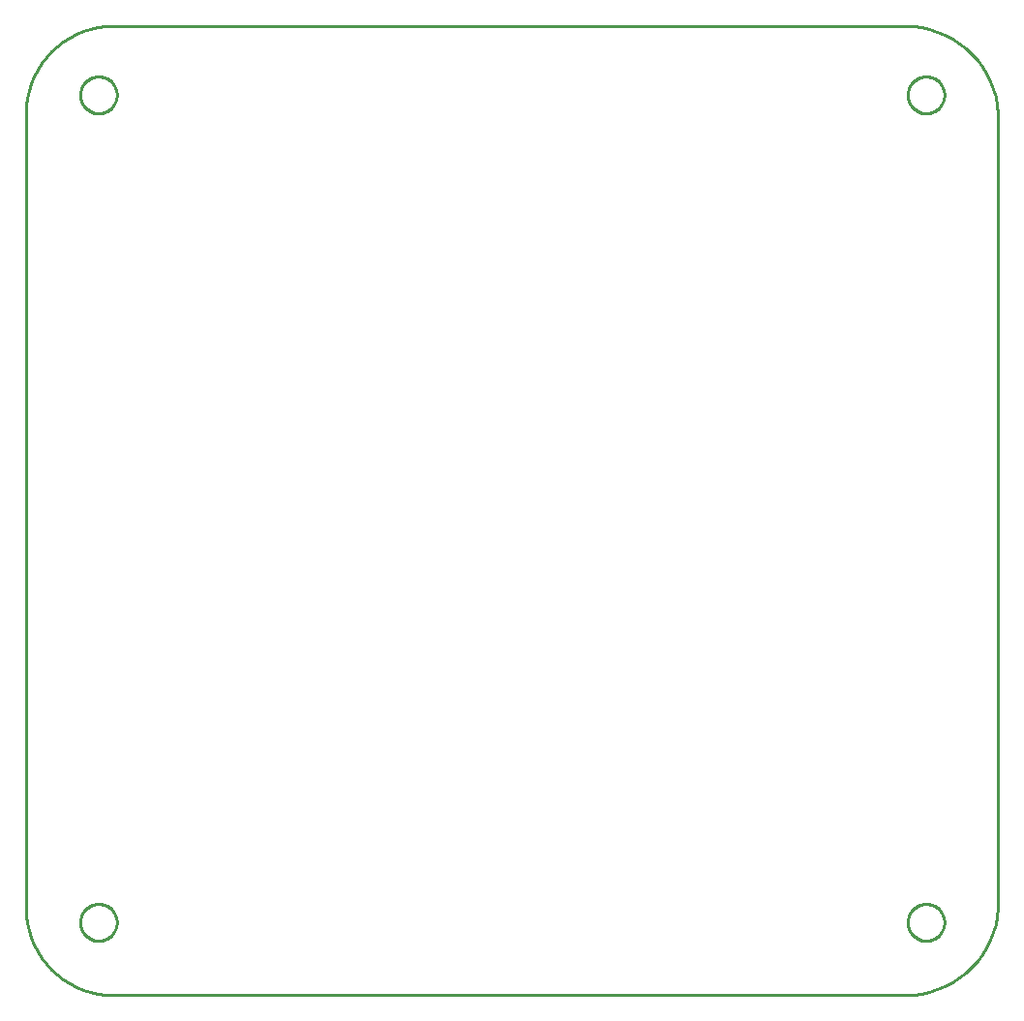
<source format=gbr>
G04 EAGLE Gerber RS-274X export*
G75*
%MOMM*%
%FSLAX34Y34*%
%LPD*%
%IN*%
%IPPOS*%
%AMOC8*
5,1,8,0,0,1.08239X$1,22.5*%
G01*
%ADD10C,0.254000*%


D10*
X0Y76200D02*
X290Y69559D01*
X1158Y62968D01*
X2596Y56478D01*
X4595Y50138D01*
X7139Y43997D01*
X10209Y38100D01*
X13781Y32493D01*
X17827Y27220D01*
X22318Y22318D01*
X27220Y17827D01*
X32493Y13781D01*
X38100Y10209D01*
X43997Y7139D01*
X50138Y4595D01*
X56478Y2596D01*
X62968Y1158D01*
X69559Y290D01*
X76200Y0D01*
X761800Y0D01*
X769019Y-239D01*
X776231Y151D01*
X783382Y1169D01*
X790417Y2807D01*
X797282Y5051D01*
X803926Y7885D01*
X810297Y11287D01*
X816348Y15231D01*
X822032Y19688D01*
X827305Y24624D01*
X832129Y30000D01*
X836465Y35776D01*
X840282Y41908D01*
X843550Y48349D01*
X846244Y55051D01*
X848343Y61962D01*
X849832Y69029D01*
X850700Y76200D01*
X850700Y771400D01*
X849832Y778571D01*
X848343Y785638D01*
X846244Y792549D01*
X843550Y799251D01*
X840282Y805692D01*
X836465Y811824D01*
X832129Y817600D01*
X827305Y822977D01*
X822032Y827912D01*
X816348Y832369D01*
X810297Y836313D01*
X803926Y839715D01*
X797282Y842549D01*
X790417Y844793D01*
X783382Y846431D01*
X776231Y847449D01*
X769019Y847839D01*
X761800Y847600D01*
X76200Y847600D01*
X69559Y847310D01*
X62968Y846442D01*
X56478Y845004D01*
X50138Y843005D01*
X43997Y840461D01*
X38100Y837391D01*
X32493Y833819D01*
X27220Y829773D01*
X22318Y825282D01*
X17827Y820380D01*
X13781Y815107D01*
X10209Y809500D01*
X7139Y803604D01*
X4595Y797462D01*
X2596Y791122D01*
X1158Y784632D01*
X290Y778041D01*
X0Y771400D01*
X0Y76200D01*
X79500Y62976D02*
X79432Y61931D01*
X79295Y60892D01*
X79090Y59865D01*
X78819Y58853D01*
X78483Y57861D01*
X78082Y56893D01*
X77618Y55954D01*
X77095Y55046D01*
X76513Y54175D01*
X75875Y53344D01*
X75184Y52557D01*
X74443Y51816D01*
X73656Y51125D01*
X72825Y50488D01*
X71954Y49906D01*
X71046Y49382D01*
X70107Y48918D01*
X69139Y48517D01*
X68147Y48181D01*
X67135Y47910D01*
X66108Y47705D01*
X65069Y47569D01*
X64024Y47500D01*
X62976Y47500D01*
X61931Y47569D01*
X60892Y47705D01*
X59865Y47910D01*
X58853Y48181D01*
X57861Y48517D01*
X56893Y48918D01*
X55954Y49382D01*
X55046Y49906D01*
X54175Y50488D01*
X53344Y51125D01*
X52557Y51816D01*
X51816Y52557D01*
X51125Y53344D01*
X50488Y54175D01*
X49906Y55046D01*
X49382Y55954D01*
X48918Y56893D01*
X48517Y57861D01*
X48181Y58853D01*
X47910Y59865D01*
X47705Y60892D01*
X47569Y61931D01*
X47500Y62976D01*
X47500Y64024D01*
X47569Y65069D01*
X47705Y66108D01*
X47910Y67135D01*
X48181Y68147D01*
X48517Y69139D01*
X48918Y70107D01*
X49382Y71046D01*
X49906Y71954D01*
X50488Y72825D01*
X51125Y73656D01*
X51816Y74443D01*
X52557Y75184D01*
X53344Y75875D01*
X54175Y76513D01*
X55046Y77095D01*
X55954Y77618D01*
X56893Y78082D01*
X57861Y78483D01*
X58853Y78819D01*
X59865Y79090D01*
X60892Y79295D01*
X61931Y79432D01*
X62976Y79500D01*
X64024Y79500D01*
X65069Y79432D01*
X66108Y79295D01*
X67135Y79090D01*
X68147Y78819D01*
X69139Y78483D01*
X70107Y78082D01*
X71046Y77618D01*
X71954Y77095D01*
X72825Y76513D01*
X73656Y75875D01*
X74443Y75184D01*
X75184Y74443D01*
X75875Y73656D01*
X76513Y72825D01*
X77095Y71954D01*
X77618Y71046D01*
X78082Y70107D01*
X78483Y69139D01*
X78819Y68147D01*
X79090Y67135D01*
X79295Y66108D01*
X79432Y65069D01*
X79500Y64024D01*
X79500Y62976D01*
X79500Y786876D02*
X79432Y785831D01*
X79295Y784792D01*
X79090Y783765D01*
X78819Y782753D01*
X78483Y781761D01*
X78082Y780793D01*
X77618Y779854D01*
X77095Y778946D01*
X76513Y778075D01*
X75875Y777244D01*
X75184Y776457D01*
X74443Y775716D01*
X73656Y775025D01*
X72825Y774388D01*
X71954Y773806D01*
X71046Y773282D01*
X70107Y772818D01*
X69139Y772417D01*
X68147Y772081D01*
X67135Y771810D01*
X66108Y771605D01*
X65069Y771469D01*
X64024Y771400D01*
X62976Y771400D01*
X61931Y771469D01*
X60892Y771605D01*
X59865Y771810D01*
X58853Y772081D01*
X57861Y772417D01*
X56893Y772818D01*
X55954Y773282D01*
X55046Y773806D01*
X54175Y774388D01*
X53344Y775025D01*
X52557Y775716D01*
X51816Y776457D01*
X51125Y777244D01*
X50488Y778075D01*
X49906Y778946D01*
X49382Y779854D01*
X48918Y780793D01*
X48517Y781761D01*
X48181Y782753D01*
X47910Y783765D01*
X47705Y784792D01*
X47569Y785831D01*
X47500Y786876D01*
X47500Y787924D01*
X47569Y788969D01*
X47705Y790008D01*
X47910Y791035D01*
X48181Y792047D01*
X48517Y793039D01*
X48918Y794007D01*
X49382Y794946D01*
X49906Y795854D01*
X50488Y796725D01*
X51125Y797556D01*
X51816Y798343D01*
X52557Y799084D01*
X53344Y799775D01*
X54175Y800413D01*
X55046Y800995D01*
X55954Y801518D01*
X56893Y801982D01*
X57861Y802383D01*
X58853Y802719D01*
X59865Y802990D01*
X60892Y803195D01*
X61931Y803332D01*
X62976Y803400D01*
X64024Y803400D01*
X65069Y803332D01*
X66108Y803195D01*
X67135Y802990D01*
X68147Y802719D01*
X69139Y802383D01*
X70107Y801982D01*
X71046Y801518D01*
X71954Y800995D01*
X72825Y800413D01*
X73656Y799775D01*
X74443Y799084D01*
X75184Y798343D01*
X75875Y797556D01*
X76513Y796725D01*
X77095Y795854D01*
X77618Y794946D01*
X78082Y794007D01*
X78483Y793039D01*
X78819Y792047D01*
X79090Y791035D01*
X79295Y790008D01*
X79432Y788969D01*
X79500Y787924D01*
X79500Y786876D01*
X803400Y786876D02*
X803332Y785831D01*
X803195Y784792D01*
X802990Y783765D01*
X802719Y782753D01*
X802383Y781761D01*
X801982Y780793D01*
X801518Y779854D01*
X800995Y778946D01*
X800413Y778075D01*
X799775Y777244D01*
X799084Y776457D01*
X798343Y775716D01*
X797556Y775025D01*
X796725Y774388D01*
X795854Y773806D01*
X794946Y773282D01*
X794007Y772818D01*
X793039Y772417D01*
X792047Y772081D01*
X791035Y771810D01*
X790008Y771605D01*
X788969Y771469D01*
X787924Y771400D01*
X786876Y771400D01*
X785831Y771469D01*
X784792Y771605D01*
X783765Y771810D01*
X782753Y772081D01*
X781761Y772417D01*
X780793Y772818D01*
X779854Y773282D01*
X778946Y773806D01*
X778075Y774388D01*
X777244Y775025D01*
X776457Y775716D01*
X775716Y776457D01*
X775025Y777244D01*
X774388Y778075D01*
X773806Y778946D01*
X773282Y779854D01*
X772818Y780793D01*
X772417Y781761D01*
X772081Y782753D01*
X771810Y783765D01*
X771605Y784792D01*
X771469Y785831D01*
X771400Y786876D01*
X771400Y787924D01*
X771469Y788969D01*
X771605Y790008D01*
X771810Y791035D01*
X772081Y792047D01*
X772417Y793039D01*
X772818Y794007D01*
X773282Y794946D01*
X773806Y795854D01*
X774388Y796725D01*
X775025Y797556D01*
X775716Y798343D01*
X776457Y799084D01*
X777244Y799775D01*
X778075Y800413D01*
X778946Y800995D01*
X779854Y801518D01*
X780793Y801982D01*
X781761Y802383D01*
X782753Y802719D01*
X783765Y802990D01*
X784792Y803195D01*
X785831Y803332D01*
X786876Y803400D01*
X787924Y803400D01*
X788969Y803332D01*
X790008Y803195D01*
X791035Y802990D01*
X792047Y802719D01*
X793039Y802383D01*
X794007Y801982D01*
X794946Y801518D01*
X795854Y800995D01*
X796725Y800413D01*
X797556Y799775D01*
X798343Y799084D01*
X799084Y798343D01*
X799775Y797556D01*
X800413Y796725D01*
X800995Y795854D01*
X801518Y794946D01*
X801982Y794007D01*
X802383Y793039D01*
X802719Y792047D01*
X802990Y791035D01*
X803195Y790008D01*
X803332Y788969D01*
X803400Y787924D01*
X803400Y786876D01*
X803400Y62976D02*
X803332Y61931D01*
X803195Y60892D01*
X802990Y59865D01*
X802719Y58853D01*
X802383Y57861D01*
X801982Y56893D01*
X801518Y55954D01*
X800995Y55046D01*
X800413Y54175D01*
X799775Y53344D01*
X799084Y52557D01*
X798343Y51816D01*
X797556Y51125D01*
X796725Y50488D01*
X795854Y49906D01*
X794946Y49382D01*
X794007Y48918D01*
X793039Y48517D01*
X792047Y48181D01*
X791035Y47910D01*
X790008Y47705D01*
X788969Y47569D01*
X787924Y47500D01*
X786876Y47500D01*
X785831Y47569D01*
X784792Y47705D01*
X783765Y47910D01*
X782753Y48181D01*
X781761Y48517D01*
X780793Y48918D01*
X779854Y49382D01*
X778946Y49906D01*
X778075Y50488D01*
X777244Y51125D01*
X776457Y51816D01*
X775716Y52557D01*
X775025Y53344D01*
X774388Y54175D01*
X773806Y55046D01*
X773282Y55954D01*
X772818Y56893D01*
X772417Y57861D01*
X772081Y58853D01*
X771810Y59865D01*
X771605Y60892D01*
X771469Y61931D01*
X771400Y62976D01*
X771400Y64024D01*
X771469Y65069D01*
X771605Y66108D01*
X771810Y67135D01*
X772081Y68147D01*
X772417Y69139D01*
X772818Y70107D01*
X773282Y71046D01*
X773806Y71954D01*
X774388Y72825D01*
X775025Y73656D01*
X775716Y74443D01*
X776457Y75184D01*
X777244Y75875D01*
X778075Y76513D01*
X778946Y77095D01*
X779854Y77618D01*
X780793Y78082D01*
X781761Y78483D01*
X782753Y78819D01*
X783765Y79090D01*
X784792Y79295D01*
X785831Y79432D01*
X786876Y79500D01*
X787924Y79500D01*
X788969Y79432D01*
X790008Y79295D01*
X791035Y79090D01*
X792047Y78819D01*
X793039Y78483D01*
X794007Y78082D01*
X794946Y77618D01*
X795854Y77095D01*
X796725Y76513D01*
X797556Y75875D01*
X798343Y75184D01*
X799084Y74443D01*
X799775Y73656D01*
X800413Y72825D01*
X800995Y71954D01*
X801518Y71046D01*
X801982Y70107D01*
X802383Y69139D01*
X802719Y68147D01*
X802990Y67135D01*
X803195Y66108D01*
X803332Y65069D01*
X803400Y64024D01*
X803400Y62976D01*
M02*

</source>
